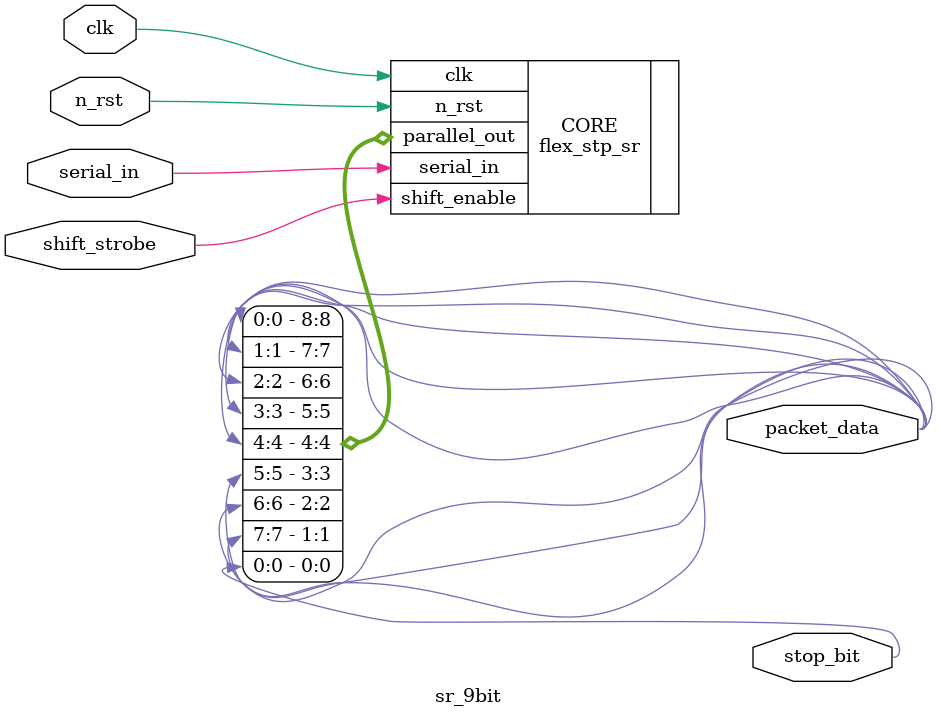
<source format=sv>

module sr_9bit
(
  input wire clk,
  input wire n_rst,  //asynchronous, active low
  input wire shift_strobe, //active high
  input wire serial_in,    //active high
  output wire [7:0] packet_data,
  output wire stop_bit
);
  
  //reg [8:0] parallel_out;

  flex_stp_sr #(
    .NUM_BITS(9), .SHIFT_MSB(1)
  ) 
  CORE(
    .clk(clk),
    .n_rst(n_rst),
    .shift_enable(shift_strobe),
    .serial_in(serial_in),
    .parallel_out({packet_data[0],packet_data[1],packet_data[2],packet_data[3],packet_data[4],packet_data[5],packet_data[6],packet_data[7],stop_bit})
  );
  

endmodule
</source>
